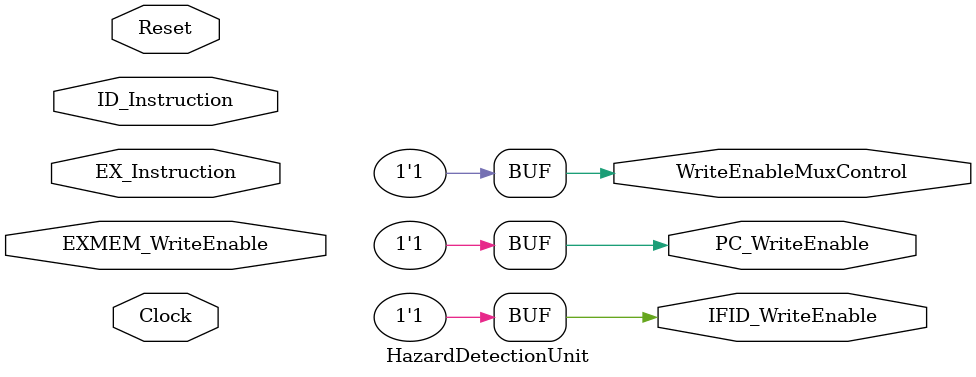
<source format=v>
`timescale 1ns / 1ps

module HazardDetectionUnit(
    // Control Input(s)
    Clock, Reset, EXMEM_WriteEnable,
    // Data Input(s)
    ID_Instruction, EX_Instruction,
    // Control Output(s)
    PC_WriteEnable, IFID_WriteEnable, WriteEnableMuxControl);
    
    input Clock, Reset, EXMEM_WriteEnable;
    input [31:0] ID_Instruction, EX_Instruction;
    
    output reg PC_WriteEnable, IFID_WriteEnable, WriteEnableMuxControl;
    
    always @(*) begin
        PC_WriteEnable <= 1;
        IFID_WriteEnable <= 1;
        WriteEnableMuxControl <= 1;
    end
endmodule

</source>
